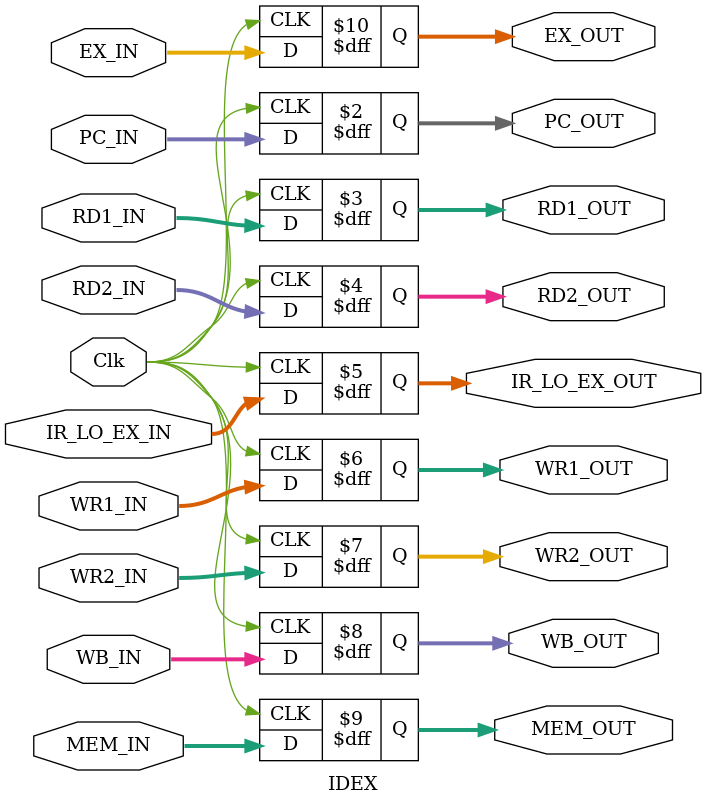
<source format=v>

`timescale 1ns/1ns

module IDEX(Clk, WB_IN, MEM_IN, EX_IN, PC_IN, RD1_IN, RD2_IN, IR_LO_EX_IN, WR1_IN, WR2_IN, WB_OUT, MEM_OUT, EX_OUT, PC_OUT, RD1_OUT, RD2_OUT, IR_LO_EX_OUT, WR1_OUT, WR2_OUT);
    
input Clk;

input [31:0] PC_IN, RD1_IN, RD2_IN, IR_LO_EX_IN;
input [4:0] WR1_IN, WR2_IN;
input [1:0] WB_IN;
input [2:0] MEM_IN;
input [3:0] EX_IN;

output reg [31:0] PC_OUT, RD1_OUT, RD2_OUT, IR_LO_EX_OUT;
output reg [4:0] WR1_OUT, WR2_OUT;
output reg [1:0] WB_OUT;
output reg [2:0] MEM_OUT;
output reg [3:0] EX_OUT;

always @(posedge Clk) begin
    PC_OUT <= PC_IN;
    RD1_OUT <= RD1_IN;
    RD2_OUT <= RD2_IN;
    IR_LO_EX_OUT <= IR_LO_EX_IN;
    WR1_OUT <= WR1_IN;
    WR2_OUT <= WR2_IN;
    WB_OUT <= WB_IN;
    MEM_OUT <= MEM_IN;
    EX_OUT <= EX_IN;
end

endmodule


</source>
